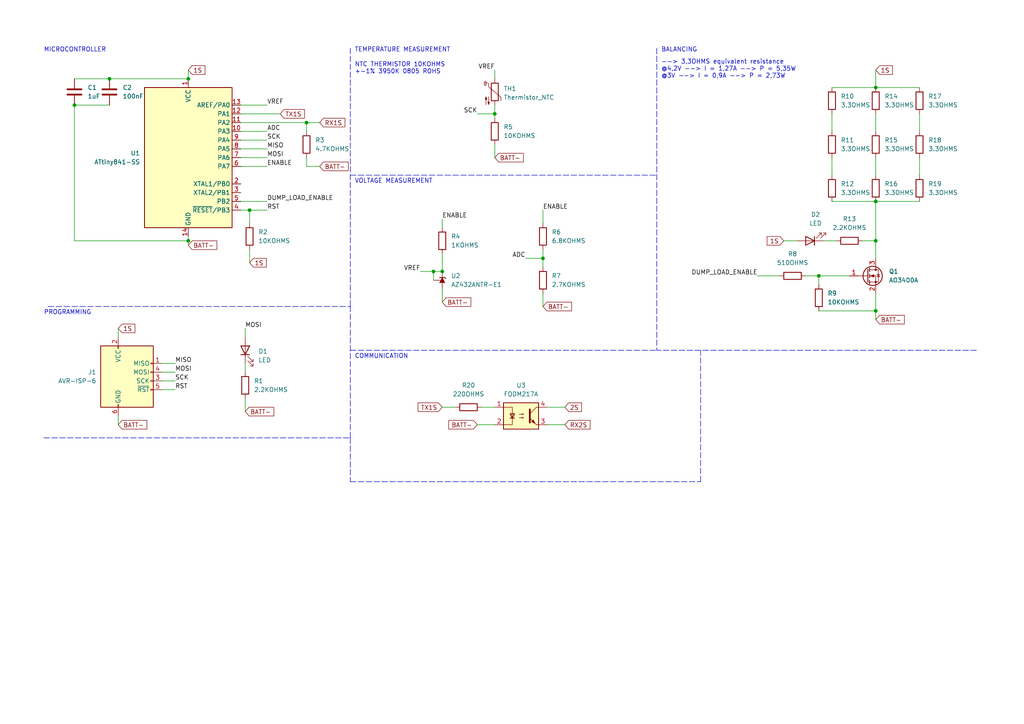
<source format=kicad_sch>
(kicad_sch (version 20211123) (generator eeschema)
  (paper "A4")
  (title_block (title "1S - OpenBatt") (date "2022-07-02") (rev "V1.0") (company "Andre Schrankel"))
  (lib_symbols
    (symbol "Connector:AVR-ISP-6" (pin_names (offset 1.016))
      (property "Reference" "J" (at -6.35 11.43 0))
      (property "Value" "AVR-ISP-6" (at 0 11.43 0))
      (symbol "AVR-ISP-6_0_1"
        (rectangle (start -2.667 -6.858) (end -2.413 -7.62))
        (rectangle (start -2.667 10.16) (end -2.413 9.398))
        (rectangle (start 7.62 -2.413) (end 6.858 -2.667))
        (rectangle (start 7.62 0.127) (end 6.858 -0.127))
        (rectangle (start 7.62 2.667) (end 6.858 2.413))
        (rectangle (start 7.62 5.207) (end 6.858 4.953))
        (rectangle (start 7.62 10.16) (end -7.62 -7.62) (stroke (width 0.254)) (fill (type background)))
      )
      (symbol "AVR-ISP-6_1_1"
        (pin passive line (at 10.16 5.08 180) (length 2.54) (name "MISO") (number "1"))
        (pin passive line (at -2.54 12.7 270) (length 2.54) (name "VCC") (number "2"))
        (pin passive line (at 10.16 0 180) (length 2.54) (name "SCK") (number "3"))
        (pin passive line (at 10.16 2.54 180) (length 2.54) (name "MOSI") (number "4"))
        (pin passive line (at 10.16 -2.54 180) (length 2.54) (name "~{RST}") (number "5"))
        (pin passive line (at -2.54 -10.16 90) (length 2.54) (name "GND") (number "6"))
      )
    )
    (symbol "Device:C" (pin_numbers hide) (pin_names (offset 0.254))
      (property "Reference" "C" (at 0.635 2.54 0))
      (property "Value" "C" (at 0.635 -2.54 0))
      (symbol "C_0_1"
        (polyline (pts (xy -2.032 -0.762) (xy 2.032 -0.762)) (stroke (width 0.508)))
        (polyline (pts (xy -2.032 0.762) (xy 2.032 0.762)) (stroke (width 0.508)))
      )
      (symbol "C_1_1"
        (pin passive line (at 0 3.81 270) (length 2.794) (name "~") (number "1"))
        (pin passive line (at 0 -3.81 90) (length 2.794) (name "~") (number "2"))
      )
    )
    (symbol "Device:LED" (pin_numbers hide) (pin_names (offset 1.016) hide)
      (property "Reference" "D" (at 0 2.54 0))
      (property "Value" "LED" (at 0 -2.54 0))
      (symbol "LED_0_1"
        (polyline (pts (xy -1.27 -1.27) (xy -1.27 1.27)) (stroke (width 0.254)))
        (polyline (pts (xy -1.27 0) (xy 1.27 0)))
        (polyline (pts (xy 1.27 -1.27) (xy 1.27 1.27) (xy -1.27 0) (xy 1.27 -1.27)) (stroke (width 0.254)))
        (polyline (pts (xy -3.048 -0.762) (xy -4.572 -2.286) (xy -3.81 -2.286) (xy -4.572 -2.286) (xy -4.572 -1.524)))
        (polyline (pts (xy -1.778 -0.762) (xy -3.302 -2.286) (xy -2.54 -2.286) (xy -3.302 -2.286) (xy -3.302 -1.524)))
      )
      (symbol "LED_1_1"
        (pin passive line (at -3.81 0 0) (length 2.54) (name "K") (number "1"))
        (pin passive line (at 3.81 0 180) (length 2.54) (name "A") (number "2"))
      )
    )
    (symbol "Device:R" (pin_numbers hide) (pin_names (offset 0))
      (property "Reference" "R" (at 2.032 0 90))
      (property "Value" "R" (at 0 0 90))
      (symbol "R_0_1"
        (rectangle (start -1.016 -2.54) (end 1.016 2.54) (stroke (width 0.254)))
      )
      (symbol "R_1_1"
        (pin passive line (at 0 3.81 270) (length 1.27) (name "~") (number "1"))
        (pin passive line (at 0 -3.81 90) (length 1.27) (name "~") (number "2"))
      )
    )
    (symbol "Device:Thermistor_NTC" (pin_numbers hide) (pin_names (offset 0))
      (property "Reference" "TH" (at -4.445 0 90))
      (property "Value" "Thermistor_NTC" (at 3.175 0 90))
      (symbol "Thermistor_NTC_0_1"
        (arc (start -3.048 2.159) (mid -3.0505 2.3165) (end -3.175 2.413))
        (arc (start -3.048 2.159) (mid -2.9736 1.9794) (end -2.794 1.905))
        (arc (start -3.048 2.794) (mid -2.9736 2.6144) (end -2.794 2.54))
        (arc (start -2.794 1.905) (mid -2.6144 1.9794) (end -2.54 2.159))
        (arc (start -2.794 2.54) (mid -2.434 2.5608) (end -2.159 2.794))
        (arc (start -2.794 3.048) (mid -2.9736 2.9736) (end -3.048 2.794))
        (arc (start -2.54 2.794) (mid -2.6144 2.9736) (end -2.794 3.048))
        (rectangle (start -1.016 2.54) (end 1.016 -2.54) (stroke (width 0.254)))
        (polyline (pts (xy -2.54 2.159) (xy -2.54 2.794)))
        (polyline (pts (xy -1.778 2.54) (xy -1.778 1.524) (xy 1.778 -1.524) (xy 1.778 -2.54)))
        (polyline (pts (xy -2.54 -3.683) (xy -2.54 -1.397) (xy -2.794 -2.159) (xy -2.286 -2.159) (xy -2.54 -1.397) (xy -2.54 -1.651)) (fill (type outline)))
        (polyline (pts (xy -1.778 -1.397) (xy -1.778 -3.683) (xy -2.032 -2.921) (xy -1.524 -2.921) (xy -1.778 -3.683) (xy -1.778 -3.429)) (fill (type outline)))
      )
      (symbol "Thermistor_NTC_1_1"
        (pin passive line (at 0 3.81 270) (length 1.27) (name "~") (number "1"))
        (pin passive line (at 0 -3.81 90) (length 1.27) (name "~") (number "2"))
      )
    )
    (symbol "Isolator:FODM217A"
      (property "Reference" "U" (at -5.08 5.08 0))
      (property "Value" "FODM217A" (at 0 5.08 0))
      (symbol "FODM217A_0_1"
        (rectangle (start -5.08 3.81) (end 5.08 -3.81) (stroke (width 0.254)) (fill (type background)))
        (polyline (pts (xy -3.175 -0.635) (xy -1.905 -0.635)) (stroke (width 0.254)))
        (polyline (pts (xy 2.54 0.635) (xy 4.445 2.54)))
        (polyline (pts (xy 4.445 -2.54) (xy 2.54 -0.635)) (fill (type outline)))
        (polyline (pts (xy 4.445 -2.54) (xy 5.08 -2.54)))
        (polyline (pts (xy 4.445 2.54) (xy 5.08 2.54)))
        (polyline (pts (xy -5.08 2.54) (xy -2.54 2.54) (xy -2.54 -0.635)))
        (polyline (pts (xy -2.54 -0.635) (xy -2.54 -2.54) (xy -5.08 -2.54)))
        (polyline (pts (xy 2.54 1.905) (xy 2.54 -1.905) (xy 2.54 -1.905)) (stroke (width 0.508)))
        (polyline (pts (xy -2.54 -0.635) (xy -3.175 0.635) (xy -1.905 0.635) (xy -2.54 -0.635)) (stroke (width 0.254)))
        (polyline (pts (xy -0.508 -0.508) (xy 0.762 -0.508) (xy 0.381 -0.635) (xy 0.381 -0.381) (xy 0.762 -0.508)))
        (polyline (pts (xy -0.508 0.508) (xy 0.762 0.508) (xy 0.381 0.381) (xy 0.381 0.635) (xy 0.762 0.508)))
        (polyline (pts (xy 3.048 -1.651) (xy 3.556 -1.143) (xy 4.064 -2.159) (xy 3.048 -1.651) (xy 3.048 -1.651)) (fill (type outline)))
      )
      (symbol "FODM217A_1_1"
        (pin passive line (at -7.62 2.54 0) (length 2.54) (name "~") (number "1"))
        (pin passive line (at -7.62 -2.54 0) (length 2.54) (name "~") (number "2"))
        (pin passive line (at 7.62 -2.54 180) (length 2.54) (name "~") (number "3"))
        (pin passive line (at 7.62 2.54 180) (length 2.54) (name "~") (number "4"))
      )
    )
    (symbol "MCU_Microchip_ATtiny:ATtiny841-SS"
      (property "Reference" "U" (at -12.7 21.59 0))
      (property "Value" "ATtiny841-SS" (at 2.54 -21.59 0))
      (symbol "ATtiny841-SS_0_1"
        (rectangle (start -12.7 -20.32) (end 12.7 20.32) (stroke (width 0.254)) (fill (type background)))
      )
      (symbol "ATtiny841-SS_1_1"
        (pin power_in line (at 0 22.86 270) (length 2.54) (name "VCC") (number "1"))
        (pin bidirectional line (at 15.24 7.62 180) (length 2.54) (name "PA3") (number "10"))
        (pin bidirectional line (at 15.24 10.16 180) (length 2.54) (name "PA2") (number "11"))
        (pin bidirectional line (at 15.24 12.7 180) (length 2.54) (name "PA1") (number "12"))
        (pin bidirectional line (at 15.24 15.24 180) (length 2.54) (name "AREF/PA0") (number "13"))
        (pin power_in line (at 0 -22.86 90) (length 2.54) (name "GND") (number "14"))
        (pin bidirectional line (at 15.24 -7.62 180) (length 2.54) (name "XTAL1/PB0") (number "2"))
        (pin bidirectional line (at 15.24 -10.16 180) (length 2.54) (name "XTAL2/PB1") (number "3"))
        (pin bidirectional line (at 15.24 -15.24 180) (length 2.54) (name "~{RESET}/PB3") (number "4"))
        (pin bidirectional line (at 15.24 -12.7 180) (length 2.54) (name "PB2") (number "5"))
        (pin bidirectional line (at 15.24 -2.54 180) (length 2.54) (name "PA7") (number "6"))
        (pin bidirectional line (at 15.24 0 180) (length 2.54) (name "PA6") (number "7"))
        (pin bidirectional line (at 15.24 2.54 180) (length 2.54) (name "PA5") (number "8"))
        (pin bidirectional line (at 15.24 5.08 180) (length 2.54) (name "PA4") (number "9"))
      )
    )
    (symbol "Reference_Voltage:TL431DBZ" (pin_numbers hide) (pin_names hide)
      (property "Reference" "U" (at -2.54 2.54 0))
      (property "Value" "TL431DBZ" (at 0 -2.54 0))
      (symbol "TL431DBZ_0_1"
        (polyline (pts (xy -1.27 0) (xy 0 0) (xy 1.27 0)))
        (polyline (pts (xy -0.762 0.762) (xy 0.762 0) (xy -0.762 -0.762)) (fill (type outline)))
        (polyline (pts (xy 0.508 -1.016) (xy 0.762 -0.762) (xy 0.762 0.762) (xy 0.762 0.762)) (stroke (width 0.254)))
      )
      (symbol "TL431DBZ_1_1"
        (pin passive line (at 2.54 0 180) (length 2.54) (name "K") (number "1"))
        (pin passive line (at 0 2.54 270) (length 2.54) (name "REF") (number "2"))
        (pin passive line (at -2.54 0 0) (length 2.54) (name "A") (number "3"))
      )
    )
    (symbol "Transistor_FET:AO3400A" (pin_names hide)
      (property "Reference" "Q" (at 5.08 1.905 0))
      (property "Value" "AO3400A" (at 5.08 0 0))
      (symbol "AO3400A_0_1"
        (polyline (pts (xy 0.254 0) (xy -2.54 0)))
        (polyline (pts (xy 0.254 1.905) (xy 0.254 -1.905)) (stroke (width 0.254)))
        (polyline (pts (xy 0.762 -1.27) (xy 0.762 -2.286)) (stroke (width 0.254)))
        (polyline (pts (xy 0.762 0.508) (xy 0.762 -0.508)) (stroke (width 0.254)))
        (polyline (pts (xy 0.762 2.286) (xy 0.762 1.27)) (stroke (width 0.254)))
        (polyline (pts (xy 2.54 2.54) (xy 2.54 1.778)))
        (polyline (pts (xy 2.54 -2.54) (xy 2.54 0) (xy 0.762 0)))
        (polyline (pts (xy 0.762 -1.778) (xy 3.302 -1.778) (xy 3.302 1.778) (xy 0.762 1.778)))
        (polyline (pts (xy 1.016 0) (xy 2.032 0.381) (xy 2.032 -0.381) (xy 1.016 0)) (fill (type outline)))
        (polyline (pts (xy 2.794 0.508) (xy 2.921 0.381) (xy 3.683 0.381) (xy 3.81 0.254)))
        (polyline (pts (xy 3.302 0.381) (xy 2.921 -0.254) (xy 3.683 -0.254) (xy 3.302 0.381)))
        (circle (center 1.651 0) (radius 2.794) (stroke (width 0.254)))
        (circle (center 2.54 -1.778) (radius 0.254) (fill (type outline)))
        (circle (center 2.54 1.778) (radius 0.254) (fill (type outline)))
      )
      (symbol "AO3400A_1_1"
        (pin input line (at -5.08 0 0) (length 2.54) (name "G") (number "1"))
        (pin passive line (at 2.54 -5.08 90) (length 2.54) (name "S") (number "2"))
        (pin passive line (at 2.54 5.08 270) (length 2.54) (name "D") (number "3"))
      )
    )
  )
  (junction (at 254 25.4))
  (junction (at 54.61 69.85))
  (junction (at 254 58.42))
  (junction (at 54.61 22.86))
  (junction (at 254 69.85))
  (junction (at 125.73 78.74))
  (junction (at 128.27 78.74))
  (junction (at 88.9 35.56))
  (junction (at 157.48 74.93))
  (junction (at 21.59 30.48))
  (junction (at 237.49 80.01))
  (junction (at 143.51 33.02))
  (junction (at 31.75 22.86))
  (junction (at 72.39 60.96))
  (junction (at 254 90.17))
  (wire (pts (xy 238.76 69.85) (xy 242.57 69.85)))
  (wire (pts (xy 138.43 33.02) (xy 143.51 33.02)))
  (polyline (pts (xy 101.6 127) (xy 101.6 88.9)))
  (polyline (pts (xy 13.97 88.9) (xy 101.6 88.9)))
  (polyline (pts (xy 101.6 13.97) (xy 101.6 88.9)))
  (wire (pts (xy 158.75 123.19) (xy 163.83 123.19)))
  (polyline (pts (xy 101.6 139.7) (xy 203.2 139.7)))
  (wire (pts (xy 54.61 20.32) (xy 54.61 22.86)))
  (wire (pts (xy 254 90.17) (xy 254 92.71)))
  (wire (pts (xy 254 58.42) (xy 254 69.85)))
  (wire (pts (xy 143.51 41.91) (xy 143.51 45.72)))
  (polyline (pts (xy 101.6 50.8) (xy 190.5 50.8)))
  (wire (pts (xy 158.75 118.11) (xy 163.83 118.11)))
  (wire (pts (xy 21.59 30.48) (xy 31.75 30.48)))
  (polyline (pts (xy 283.21 101.6) (xy 190.5 101.6)))
  (wire (pts (xy 34.29 120.65) (xy 34.29 123.19)))
  (wire (pts (xy 71.12 95.25) (xy 71.12 97.79)))
  (wire (pts (xy 21.59 30.48) (xy 21.59 69.85)))
  (wire (pts (xy 88.9 35.56) (xy 88.9 38.1)))
  (wire (pts (xy 143.51 30.48) (xy 143.51 33.02)))
  (wire (pts (xy 72.39 60.96) (xy 77.47 60.96)))
  (wire (pts (xy 254 58.42) (xy 266.7 58.42)))
  (polyline (pts (xy 203.2 139.7) (xy 203.2 101.6)))
  (wire (pts (xy 219.71 80.01) (xy 226.06 80.01)))
  (wire (pts (xy 69.85 30.48) (xy 77.47 30.48)))
  (wire (pts (xy 69.85 35.56) (xy 88.9 35.56)))
  (wire (pts (xy 46.99 105.41) (xy 50.8 105.41)))
  (wire (pts (xy 254 85.09) (xy 254 90.17)))
  (wire (pts (xy 21.59 22.86) (xy 31.75 22.86)))
  (wire (pts (xy 227.33 69.85) (xy 231.14 69.85)))
  (wire (pts (xy 69.85 38.1) (xy 77.47 38.1)))
  (wire (pts (xy 34.29 95.25) (xy 34.29 97.79)))
  (wire (pts (xy 157.48 60.96) (xy 157.48 64.77)))
  (wire (pts (xy 254 69.85) (xy 254 74.93)))
  (wire (pts (xy 237.49 80.01) (xy 246.38 80.01)))
  (wire (pts (xy 237.49 80.01) (xy 237.49 82.55)))
  (polyline (pts (xy 101.6 101.6) (xy 190.5 101.6)))
  (wire (pts (xy 69.85 33.02) (xy 81.28 33.02)))
  (wire (pts (xy 121.92 78.74) (xy 125.73 78.74)))
  (wire (pts (xy 46.99 110.49) (xy 50.8 110.49)))
  (wire (pts (xy 254 45.72) (xy 254 50.8)))
  (wire (pts (xy 254 33.02) (xy 254 38.1)))
  (wire (pts (xy 69.85 60.96) (xy 72.39 60.96)))
  (wire (pts (xy 69.85 48.26) (xy 77.47 48.26)))
  (wire (pts (xy 138.43 123.19) (xy 143.51 123.19)))
  (wire (pts (xy 143.51 20.32) (xy 143.51 22.86)))
  (wire (pts (xy 237.49 90.17) (xy 254 90.17)))
  (wire (pts (xy 54.61 69.85) (xy 54.61 71.12)))
  (wire (pts (xy 254 20.32) (xy 254 25.4)))
  (wire (pts (xy 128.27 83.82) (xy 128.27 87.63)))
  (polyline (pts (xy 12.7 127) (xy 101.6 127)))
  (wire (pts (xy 88.9 35.56) (xy 92.71 35.56)))
  (wire (pts (xy 128.27 118.11) (xy 132.08 118.11)))
  (wire (pts (xy 31.75 22.86) (xy 54.61 22.86)))
  (wire (pts (xy 266.7 33.02) (xy 266.7 38.1)))
  (polyline (pts (xy 101.6 127) (xy 101.6 139.7)))
  (wire (pts (xy 143.51 33.02) (xy 143.51 34.29)))
  (wire (pts (xy 157.48 85.09) (xy 157.48 88.9)))
  (wire (pts (xy 233.68 80.01) (xy 237.49 80.01)))
  (wire (pts (xy 69.85 45.72) (xy 77.47 45.72)))
  (wire (pts (xy 250.19 69.85) (xy 254 69.85)))
  (wire (pts (xy 46.99 107.95) (xy 50.8 107.95)))
  (polyline (pts (xy 190.5 13.97) (xy 190.5 101.6)))
  (wire (pts (xy 266.7 45.72) (xy 266.7 50.8)))
  (wire (pts (xy 88.9 48.26) (xy 92.71 48.26)))
  (wire (pts (xy 21.59 69.85) (xy 54.61 69.85)))
  (wire (pts (xy 241.3 25.4) (xy 254 25.4)))
  (wire (pts (xy 54.61 68.58) (xy 54.61 69.85)))
  (wire (pts (xy 157.48 74.93) (xy 157.48 77.47)))
  (wire (pts (xy 69.85 43.18) (xy 77.47 43.18)))
  (wire (pts (xy 139.7 118.11) (xy 143.51 118.11)))
  (wire (pts (xy 72.39 72.39) (xy 72.39 76.2)))
  (wire (pts (xy 241.3 58.42) (xy 254 58.42)))
  (wire (pts (xy 152.4 74.93) (xy 157.48 74.93)))
  (wire (pts (xy 69.85 40.64) (xy 77.47 40.64)))
  (wire (pts (xy 71.12 115.57) (xy 71.12 119.38)))
  (wire (pts (xy 125.73 78.74) (xy 128.27 78.74)))
  (wire (pts (xy 125.73 81.28) (xy 125.73 78.74)))
  (wire (pts (xy 241.3 45.72) (xy 241.3 50.8)))
  (wire (pts (xy 128.27 63.5) (xy 128.27 66.04)))
  (wire (pts (xy 241.3 33.02) (xy 241.3 38.1)))
  (wire (pts (xy 254 25.4) (xy 266.7 25.4)))
  (wire (pts (xy 72.39 60.96) (xy 72.39 64.77)))
  (wire (pts (xy 128.27 73.66) (xy 128.27 78.74)))
  (wire (pts (xy 69.85 58.42) (xy 77.47 58.42)))
  (wire (pts (xy 88.9 45.72) (xy 88.9 48.26)))
  (wire (pts (xy 71.12 105.41) (xy 71.12 107.95)))
  (wire (pts (xy 46.99 113.03) (xy 50.8 113.03)))
  (wire (pts (xy 157.48 72.39) (xy 157.48 74.93)))
  (text "NTC THERMISTOR 10KOHMS\n+-1% 3950K 0805 ROHS" (at 102.87 21.59 0) (effects (font (size 1.27 1.27)) (justify left bottom)))
  (text "--> 3,3OHMS equivalent resistance\n@4,2V --> I = 1,27A --> P = 5,35W\n@3V --> I = 0,9A --> P = 2,73W" (at 191.77 22.86 0) (effects (font (size 1.27 1.27)) (justify left bottom)))
  (text "TEMPERATURE MEASUREMENT\n" (at 102.87 15.24 0) (effects (font (size 1.27 1.27)) (justify left bottom)))
  (text "BALANCING" (at 191.77 15.24 0) (effects (font (size 1.27 1.27)) (justify left bottom)))
  (text "PROGRAMMING" (at 12.7 91.44 0) (effects (font (size 1.27 1.27)) (justify left bottom)))
  (text "MICROCONTROLLER\n" (at 12.7 15.24 0) (effects (font (size 1.27 1.27)) (justify left bottom)))
  (text "VOLTAGE MEASUREMENT\n" (at 102.87 53.34 0) (effects (font (size 1.27 1.27)) (justify left bottom)))
  (text "COMMUNICATION" (at 102.87 104.14 0) (effects (font (size 1.27 1.27)) (justify left bottom)))
  (label "MISO" (at 50.8 105.41 0))
  (label "SCK" (at 138.43 33.02 180))
  (label "VREF" (at 77.47 30.48 0))
  (label "MISO" (at 77.47 43.18 0))
  (label "ADC" (at 152.4 74.93 180))
  (label "ADC" (at 77.47 38.1 0))
  (label "DUMP_LOAD_ENABLE" (at 77.47 58.42 0))
  (label "MOSI" (at 77.47 45.72 0))
  (label "ENABLE" (at 128.27 63.5 0))
  (label "RST" (at 50.8 113.03 0))
  (label "DUMP_LOAD_ENABLE" (at 219.71 80.01 180))
  (label "SCK" (at 77.47 40.64 0))
  (label "ENABLE" (at 157.48 60.96 0))
  (label "RST" (at 77.47 60.96 0))
  (label "MOSI" (at 50.8 107.95 0))
  (label "MOSI" (at 71.12 95.25 0))
  (label "VREF" (at 143.51 20.32 180))
  (label "SCK" (at 50.8 110.49 0))
  (label "ENABLE" (at 77.47 48.26 0))
  (label "VREF" (at 121.92 78.74 180))
  (global_label "2S" (shape input) (at 163.83 118.11 0) (property "Intersheet References" "${INTERSHEET_REFS}" (effects hide)))
  (global_label "BATT-" (shape input) (at 54.61 71.12 0) (property "Intersheet References" "${INTERSHEET_REFS}" (effects hide)))
  (global_label "BATT-" (shape input) (at 128.27 87.63 0) (property "Intersheet References" "${INTERSHEET_REFS}" (effects hide)))
  (global_label "BATT-" (shape input) (at 34.29 123.19 0) (property "Intersheet References" "${INTERSHEET_REFS}" (effects hide)))
  (global_label "BATT-" (shape input) (at 138.43 123.19 180) (property "Intersheet References" "${INTERSHEET_REFS}" (effects hide)))
  (global_label "1S" (shape input) (at 254 20.32 0) (property "Intersheet References" "${INTERSHEET_REFS}" (effects hide)))
  (global_label "RX2S" (shape input) (at 163.83 123.19 0) (property "Intersheet References" "${INTERSHEET_REFS}" (effects hide)))
  (global_label "BATT-" (shape input) (at 143.51 45.72 0) (property "Intersheet References" "${INTERSHEET_REFS}" (effects hide)))
  (global_label "BATT-" (shape input) (at 71.12 119.38 0) (property "Intersheet References" "${INTERSHEET_REFS}" (effects hide)))
  (global_label "BATT-" (shape input) (at 92.71 48.26 0) (property "Intersheet References" "${INTERSHEET_REFS}" (effects hide)))
  (global_label "RX1S" (shape input) (at 92.71 35.56 0) (property "Intersheet References" "${INTERSHEET_REFS}" (effects hide)))
  (global_label "BATT-" (shape input) (at 157.48 88.9 0) (property "Intersheet References" "${INTERSHEET_REFS}" (effects hide)))
  (global_label "TX1S" (shape input) (at 81.28 33.02 0) (property "Intersheet References" "${INTERSHEET_REFS}" (effects hide)))
  (global_label "1S" (shape input) (at 54.61 20.32 0) (property "Intersheet References" "${INTERSHEET_REFS}" (effects hide)))
  (global_label "BATT-" (shape input) (at 254 92.71 0) (property "Intersheet References" "${INTERSHEET_REFS}" (effects hide)))
  (global_label "1S" (shape input) (at 72.39 76.2 0) (property "Intersheet References" "${INTERSHEET_REFS}" (effects hide)))
  (global_label "1S" (shape input) (at 34.29 95.25 0) (property "Intersheet References" "${INTERSHEET_REFS}" (effects hide)))
  (global_label "TX1S" (shape input) (at 128.27 118.11 180) (property "Intersheet References" "${INTERSHEET_REFS}" (effects hide)))
  (global_label "1S" (shape input) (at 227.33 69.85 180) (property "Intersheet References" "${INTERSHEET_REFS}" (effects hide)))
  (symbol (lib_id "Device:R") (at 266.7 29.21 0) (unit 1)
    (property "Reference" "R17" (at 269.24 27.9399 0) (effects (justify left)))
    (property "Value" "3.3OHMS" (at 269.24 30.4799 0) (effects (justify left)))
    (property "Footprint" "Resistor_SMD:R_2010_5025Metric_Pad1.40x2.65mm_HandSolder" (effects hide))
  )
  (symbol (lib_id "MCU_Microchip_ATtiny:ATtiny841-SS") (at 54.61 45.72 0) (unit 1)
    (property "Reference" "U1" (at 40.64 44.4499 0) (effects (justify right)))
    (property "Value" "ATtiny841-SS" (at 40.64 46.9899 0) (effects (justify right)))
    (property "Footprint" "Package_SO:SOIC-14_3.9x8.7mm_P1.27mm" (effects hide))
    (property "Datasheet" "http://ww1.microchip.com/downloads/en/DeviceDoc/Atmel-8495-8-bit-AVR-Microcontrollers-ATtiny441-ATtiny841_Datasheet.pdf" (effects hide))
  )
  (symbol (lib_id "Device:R") (at 241.3 54.61 0) (unit 1)
    (property "Reference" "R12" (at 243.84 53.3399 0) (effects (justify left)))
    (property "Value" "3.3OHMS" (at 243.84 55.8799 0) (effects (justify left)))
    (property "Footprint" "Resistor_SMD:R_2010_5025Metric_Pad1.40x2.65mm_HandSolder" (effects hide))
  )
  (symbol (lib_id "Device:C") (at 31.75 26.67 0) (unit 1)
    (property "Reference" "C2" (at 35.56 25.3999 0) (effects (justify left)))
    (property "Value" "100nF" (at 35.56 27.9399 0) (effects (justify left)))
    (property "Footprint" "Capacitor_SMD:C_0805_2012Metric_Pad1.18x1.45mm_HandSolder" (effects hide))
  )
  (symbol (lib_id "Device:R") (at 143.51 38.1 180) (unit 1)
    (property "Reference" "R5" (at 146.05 36.8299 0) (effects (justify right)))
    (property "Value" "10KOHMS" (at 146.05 39.3699 0) (effects (justify right)))
    (property "Footprint" "Resistor_SMD:R_0805_2012Metric_Pad1.20x1.40mm_HandSolder" (effects hide))
  )
  (symbol (lib_id "Device:R") (at 71.12 111.76 0) (unit 1)
    (property "Reference" "R1" (at 73.66 110.4899 0) (effects (justify left)))
    (property "Value" "2.2KOHMS" (at 73.66 113.0299 0) (effects (justify left)))
    (property "Footprint" "Resistor_SMD:R_0805_2012Metric_Pad1.20x1.40mm_HandSolder" (effects hide))
  )
  (symbol (lib_id "Device:R") (at 72.39 68.58 0) (unit 1)
    (property "Reference" "R2" (at 74.93 67.3099 0) (effects (justify left)))
    (property "Value" "10KOHMS" (at 74.93 69.8499 0) (effects (justify left)))
    (property "Footprint" "Resistor_SMD:R_0805_2012Metric_Pad1.20x1.40mm_HandSolder" (effects hide))
  )
  (symbol (lib_id "Device:R") (at 157.48 81.28 0) (unit 1)
    (property "Reference" "R7" (at 160.02 80.0099 0) (effects (justify left)))
    (property "Value" "2.7KOHMS" (at 160.02 82.5499 0) (effects (justify left)))
    (property "Footprint" "Resistor_SMD:R_0805_2012Metric_Pad1.20x1.40mm_HandSolder" (effects hide))
  )
  (symbol (lib_id "Device:R") (at 254 54.61 0) (unit 1)
    (property "Reference" "R16" (at 256.54 53.3399 0) (effects (justify left)))
    (property "Value" "3.3OHMS" (at 256.54 55.8799 0) (effects (justify left)))
    (property "Footprint" "Resistor_SMD:R_2010_5025Metric_Pad1.40x2.65mm_HandSolder" (effects hide))
  )
  (symbol (lib_id "Device:R") (at 266.7 54.61 0) (unit 1)
    (property "Reference" "R19" (at 269.24 53.3399 0) (effects (justify left)))
    (property "Value" "3.3OHMS" (at 269.24 55.8799 0) (effects (justify left)))
    (property "Footprint" "Resistor_SMD:R_2010_5025Metric_Pad1.40x2.65mm_HandSolder" (effects hide))
  )
  (symbol (lib_id "Isolator:FODM217A") (at 151.13 120.65 0) (unit 1)
    (property "Reference" "U3" (at 151.13 111.76 0))
    (property "Value" "FODM217A" (at 151.13 114.3 0))
    (property "Footprint" "Package_SO:SOP-4_4.4x2.6mm_P1.27mm" (effects hide))
    (property "Datasheet" "https://www.onsemi.com/pub/Collateral/FODM214-D.PDF" (effects hide))
  )
  (symbol (lib_id "Device:R") (at 135.89 118.11 90) (unit 1)
    (property "Reference" "R20" (at 135.89 111.76 90))
    (property "Value" "220OHMS" (at 135.89 114.3 90))
    (property "Footprint" "Resistor_SMD:R_0805_2012Metric_Pad1.20x1.40mm_HandSolder" (effects hide))
  )
  (symbol (lib_id "Reference_Voltage:TL431DBZ") (at 128.27 81.28 90) (unit 1)
    (property "Reference" "U2" (at 130.81 80.0099 90) (effects (justify right)))
    (property "Value" "AZ432ANTR-E1 " (at 130.81 82.5499 90) (effects (justify right)))
    (property "Footprint" "Package_TO_SOT_SMD:SOT-23" (effects hide))
    (property "Datasheet" "https://www.mouser.de/datasheet/2/115/DIOD_S_A0007085168_1-2512765.pdf" (effects hide))
  )
  (symbol (lib_id "Device:Thermistor_NTC") (at 143.51 26.67 0) (unit 1)
    (property "Reference" "TH1" (at 146.05 25.7174 0) (effects (justify left)))
    (property "Value" "Thermistor_NTC" (at 146.05 28.2574 0) (effects (justify left)))
    (property "Footprint" "Resistor_SMD:R_0805_2012Metric_Pad1.20x1.40mm_HandSolder" (effects hide))
    (property "Datasheet" "https://www.mouser.de/datasheet/2/3/ABNTC-0805-253593.pdf" (effects hide))
  )
  (symbol (lib_id "Transistor_FET:AO3400A") (at 251.46 80.01 0) (unit 1)
    (property "Reference" "Q1" (at 257.81 78.7399 0) (effects (justify left)))
    (property "Value" "AO3400A" (at 257.81 81.2799 0) (effects (justify left)))
    (property "Footprint" "Package_TO_SOT_SMD:SOT-23" (effects hide))
    (property "Datasheet" "https://media.digikey.com/pdf/Data%20Sheets/Alpha%20&%20Omega/AO3400A_ds.pdf" (effects hide))
  )
  (symbol (lib_id "Device:LED") (at 234.95 69.85 180) (unit 1)
    (property "Reference" "D2" (at 236.5375 62.23 0))
    (property "Value" "LED" (at 236.5375 64.77 0))
    (property "Footprint" "LED_SMD:LED_0805_2012Metric_Pad1.15x1.40mm_HandSolder" (effects hide))
  )
  (symbol (lib_id "Device:R") (at 241.3 41.91 0) (unit 1)
    (property "Reference" "R11" (at 243.84 40.6399 0) (effects (justify left)))
    (property "Value" "3.3OHMS" (at 243.84 43.1799 0) (effects (justify left)))
    (property "Footprint" "Resistor_SMD:R_2010_5025Metric_Pad1.40x2.65mm_HandSolder" (effects hide))
  )
  (symbol (lib_id "Device:R") (at 246.38 69.85 90) (unit 1)
    (property "Reference" "R13" (at 246.38 63.5 90))
    (property "Value" "2.2KOHMS" (at 246.38 66.04 90))
    (property "Footprint" "Resistor_SMD:R_0805_2012Metric_Pad1.20x1.40mm_HandSolder" (effects hide))
  )
  (symbol (lib_id "Device:LED") (at 71.12 101.6 90) (unit 1)
    (property "Reference" "D1" (at 74.93 101.9174 90) (effects (justify right)))
    (property "Value" "LED" (at 74.93 104.4574 90) (effects (justify right)))
    (property "Footprint" "LED_SMD:LED_0805_2012Metric_Pad1.15x1.40mm_HandSolder" (effects hide))
  )
  (symbol (lib_id "Device:C") (at 21.59 26.67 0) (unit 1)
    (property "Reference" "C1" (at 25.4 25.3999 0) (effects (justify left)))
    (property "Value" "1uF" (at 25.4 27.9399 0) (effects (justify left)))
    (property "Footprint" "Capacitor_SMD:C_0805_2012Metric_Pad1.18x1.45mm_HandSolder" (effects hide))
  )
  (symbol (lib_id "Device:R") (at 241.3 29.21 0) (unit 1)
    (property "Reference" "R10" (at 243.84 27.9399 0) (effects (justify left)))
    (property "Value" "3.3OHMS" (at 243.84 30.4799 0) (effects (justify left)))
    (property "Footprint" "Resistor_SMD:R_2010_5025Metric_Pad1.40x2.65mm_HandSolder" (effects hide))
  )
  (symbol (lib_id "Device:R") (at 266.7 41.91 0) (unit 1)
    (property "Reference" "R18" (at 269.24 40.6399 0) (effects (justify left)))
    (property "Value" "3.3OHMS" (at 269.24 43.1799 0) (effects (justify left)))
    (property "Footprint" "Resistor_SMD:R_2010_5025Metric_Pad1.40x2.65mm_HandSolder" (effects hide))
  )
  (symbol (lib_id "Device:R") (at 157.48 68.58 0) (unit 1)
    (property "Reference" "R6" (at 160.02 67.3099 0) (effects (justify left)))
    (property "Value" "6.8KOHMS" (at 160.02 69.8499 0) (effects (justify left)))
    (property "Footprint" "Resistor_SMD:R_0805_2012Metric_Pad1.20x1.40mm_HandSolder" (effects hide))
  )
  (symbol (lib_id "Device:R") (at 254 29.21 0) (unit 1)
    (property "Reference" "R14" (at 256.54 27.9399 0) (effects (justify left)))
    (property "Value" "3.3OHMS" (at 256.54 30.4799 0) (effects (justify left)))
    (property "Footprint" "Resistor_SMD:R_2010_5025Metric_Pad1.40x2.65mm_HandSolder" (effects hide))
  )
  (symbol (lib_id "Device:R") (at 237.49 86.36 180) (unit 1)
    (property "Reference" "R9" (at 240.03 85.0899 0) (effects (justify right)))
    (property "Value" "10KOHMS" (at 240.03 87.6299 0) (effects (justify right)))
    (property "Footprint" "Resistor_SMD:R_0805_2012Metric_Pad1.20x1.40mm_HandSolder" (effects hide))
  )
  (symbol (lib_id "Device:R") (at 88.9 41.91 0) (unit 1)
    (property "Reference" "R3" (at 91.44 40.6399 0) (effects (justify left)))
    (property "Value" "4.7KOHMS" (at 91.44 43.1799 0) (effects (justify left)))
    (property "Footprint" "Resistor_SMD:R_0805_2012Metric_Pad1.20x1.40mm_HandSolder" (effects hide))
  )
  (symbol (lib_id "Connector:AVR-ISP-6") (at 36.83 110.49 0) (unit 1)
    (property "Reference" "J1" (at 27.94 107.9499 0) (effects (justify right)))
    (property "Value" "AVR-ISP-6" (at 27.94 110.4899 0) (effects (justify right)))
    (property "Footprint" "Connector_PinHeader_2.54mm:PinHeader_2x03_P2.54mm_Vertical_SMD" (effects hide))
    (property "Datasheet" " ~" (effects hide))
  )
  (symbol (lib_id "Device:R") (at 229.87 80.01 90) (unit 1)
    (property "Reference" "R8" (at 229.87 73.66 90))
    (property "Value" "510OHMS" (at 229.87 76.2 90))
    (property "Footprint" "Resistor_SMD:R_0805_2012Metric_Pad1.20x1.40mm_HandSolder" (effects hide))
  )
  (symbol (lib_id "Device:R") (at 254 41.91 0) (unit 1)
    (property "Reference" "R15" (at 256.54 40.6399 0) (effects (justify left)))
    (property "Value" "3.3OHMS" (at 256.54 43.1799 0) (effects (justify left)))
    (property "Footprint" "Resistor_SMD:R_2010_5025Metric_Pad1.40x2.65mm_HandSolder" (effects hide))
  )
  (symbol (lib_id "Device:R") (at 128.27 69.85 180) (unit 1)
    (property "Reference" "R4" (at 130.81 68.5799 0) (effects (justify right)))
    (property "Value" "1KOHMS" (at 130.81 71.1199 0) (effects (justify right)))
    (property "Footprint" "Resistor_SMD:R_0805_2012Metric_Pad1.20x1.40mm_HandSolder" (effects hide))
  )
)
</source>
